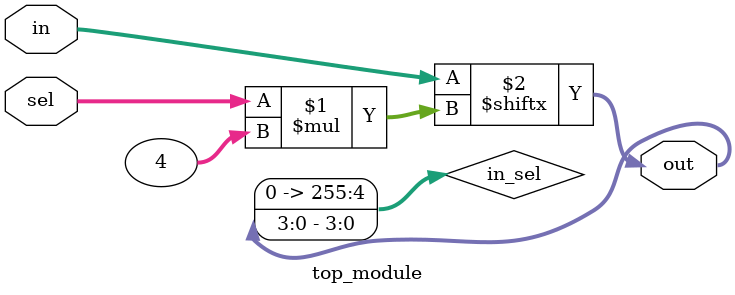
<source format=sv>
module top_module (
    input [1023:0] in,
    input [7:0] sel,
    output [3:0] out
);

wire [255:0] in_sel;

assign in_sel = in[(sel*4+3):(sel*4)];

assign out = in_sel;

endmodule

</source>
